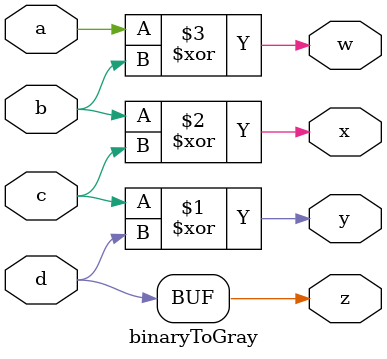
<source format=v>
module binaryToGray (
input wire a,
input wire b,
input wire c,
input wire d,
output wire w,
output wire x,
output wire y,
output wire z
);
    assign z = d;
    assign y = c ^ d;
    assign x = b ^ c;
    assign w = a ^ b;
endmodule
</source>
